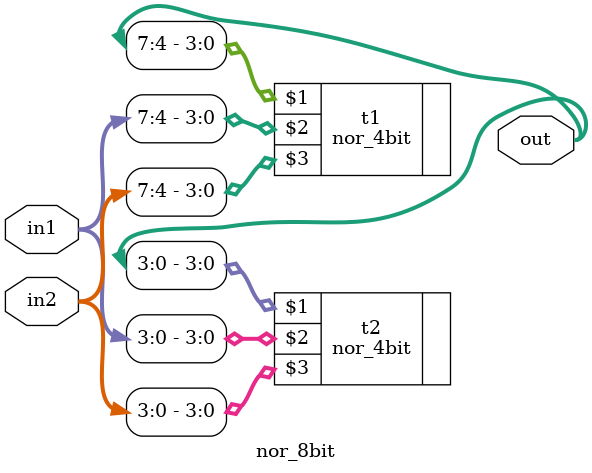
<source format=v>
module nor_8bit(out,in1,in2);
input [7:0] in1, in2;
output [7:0] out;

nor_4bit t1(out[7:4], in1[7:4], in2[7:4]);
nor_4bit	t2(out[3:0], in1[3:0], in2[3:0]);
			
endmodule
</source>
